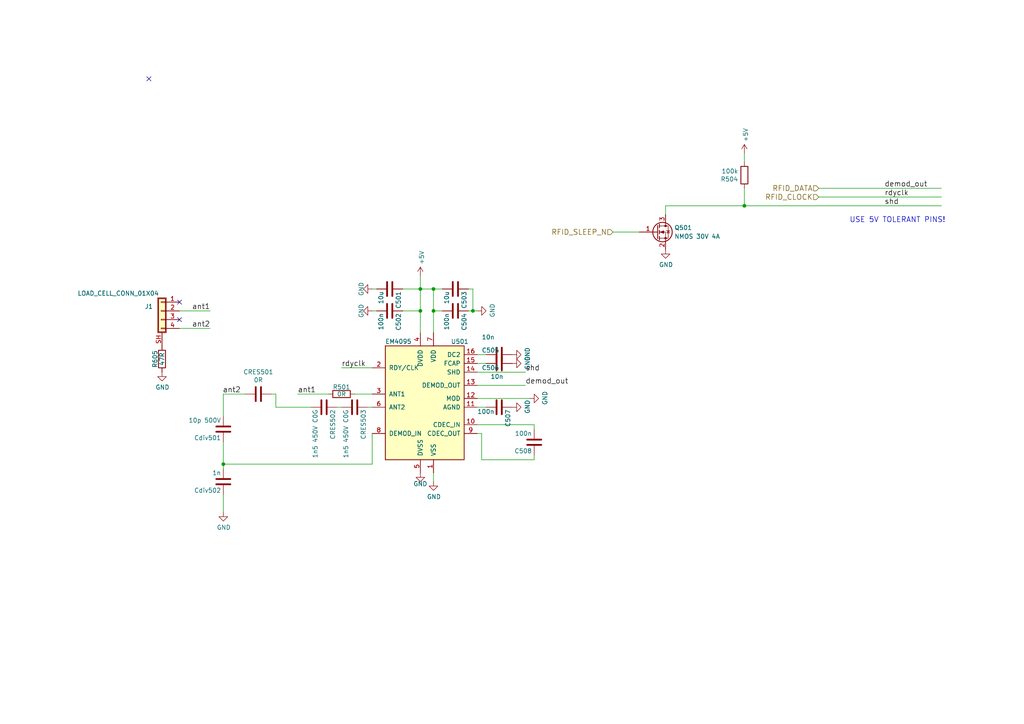
<source format=kicad_sch>
(kicad_sch (version 20211123) (generator eeschema)
  (paper "A4")
  (title_block (title "NB2-MAIN") (date "2022-01-30") (rev "3.2") (company "Octanis Instruments GmbH"))
  (lib_symbols
    (symbol "Connector_Generic_Shielded:Conn_01x04_Shielded" (pin_names (offset 1.016) hide)
      (property "Reference" "J" (at 0.254 4.826 0))
      (property "Value" "Connector_Generic_Shielded_Conn_01x04_Shielded" (at 1.016 -7.366 0))
      (symbol "Conn_01x04_Shielded_1_1"
        (rectangle (start -1.27 3.81) (end 1.27 -6.35) (stroke (width 0.1524)))
        (rectangle (start -1.016 -4.953) (end 0.254 -5.207) (stroke (width 0.1524)))
        (rectangle (start -1.016 -2.413) (end 0.254 -2.667) (stroke (width 0.1524)))
        (rectangle (start -1.016 0.127) (end 0.254 -0.127) (stroke (width 0.1524)))
        (rectangle (start -1.016 2.667) (end 0.254 2.413) (stroke (width 0.1524)))
        (rectangle (start -1.016 3.556) (end 1.016 -6.096) (stroke (width 0.254)) (fill (type background)))
        (pin passive line (at -5.08 2.54 0) (length 4.064) (name "Pin_1") (number "1"))
        (pin passive line (at -5.08 0 0) (length 4.064) (name "Pin_2") (number "2"))
        (pin passive line (at -5.08 -2.54 0) (length 4.064) (name "Pin_3") (number "3"))
        (pin passive line (at -5.08 -5.08 0) (length 4.064) (name "Pin_4") (number "4"))
        (pin passive line (at 0 -10.16 90) (length 3.81) (name "Shield") (number "SH"))
      )
    )
    (symbol "Device:C" (pin_numbers hide) (pin_names (offset 0.254))
      (property "Reference" "C" (at 0.635 2.54 0))
      (property "Value" "Device_C" (at 0.635 -2.54 0))
      (symbol "C_0_1"
        (polyline (pts (xy -2.032 -0.762) (xy 2.032 -0.762)) (stroke (width 0.508)))
        (polyline (pts (xy -2.032 0.762) (xy 2.032 0.762)) (stroke (width 0.508)))
      )
      (symbol "C_1_1"
        (pin passive line (at 0 3.81 270) (length 2.794) (name "~") (number "1"))
        (pin passive line (at 0 -3.81 90) (length 2.794) (name "~") (number "2"))
      )
    )
    (symbol "Device:R" (pin_numbers hide) (pin_names (offset 0))
      (property "Reference" "R" (at 2.032 0 90))
      (property "Value" "Device_R" (at 0 0 90))
      (symbol "R_0_1"
        (rectangle (start -1.016 -2.54) (end 1.016 2.54) (stroke (width 0.254)))
      )
      (symbol "R_1_1"
        (pin passive line (at 0 3.81 270) (length 1.27) (name "~") (number "1"))
        (pin passive line (at 0 -3.81 90) (length 1.27) (name "~") (number "2"))
      )
    )
    (symbol "Nestbox_v2-rescue:+5V-power1" (power) (pin_names (offset 0))
      (property "Value" "+5V-power1" (at 0 3.556 0))
      (symbol "+5V-power1_0_1"
        (polyline (pts (xy -0.762 1.27) (xy 0 2.54)))
        (polyline (pts (xy 0 0) (xy 0 2.54)))
        (polyline (pts (xy 0 2.54) (xy 0.762 1.27)))
      )
      (symbol "+5V-power1_1_1"
        (pin power_in line (at 0 0 90) (length 0) hide (name "+5V") (number "1"))
      )
    )
    (symbol "Nestbox_v2-rescue:GND-power1" (power) (pin_names (offset 0))
      (property "Value" "GND-power1" (at 0 -3.81 0))
      (symbol "GND-power1_0_1"
        (polyline (pts (xy 0 0) (xy 0 -1.27) (xy 1.27 -1.27) (xy 0 -2.54) (xy -1.27 -1.27) (xy 0 -1.27)))
      )
      (symbol "GND-power1_1_1"
        (pin power_in line (at 0 0 270) (length 0) hide (name "GND") (number "1"))
      )
    )
    (symbol "Nestbox_v2-rescue:Q_NMOS_GSD-device" (pin_names (offset 0) hide)
      (property "Reference" "Q" (at 5.08 1.27 0))
      (property "Value" "Q_NMOS_GSD-device" (at 5.08 -1.27 0))
      (symbol "Q_NMOS_GSD-device_0_1"
        (polyline (pts (xy 0.0508 0) (xy 0.254 0)))
        (polyline (pts (xy 0.762 -1.778) (xy 2.54 -1.778)))
        (polyline (pts (xy 0.762 -1.27) (xy 0.762 -2.286)) (stroke (width 0.254)))
        (polyline (pts (xy 0.762 0) (xy 2.54 0)))
        (polyline (pts (xy 0.762 0.508) (xy 0.762 -0.508)) (stroke (width 0.254)))
        (polyline (pts (xy 0.762 1.778) (xy 2.54 1.778)))
        (polyline (pts (xy 0.762 2.286) (xy 0.762 1.27)) (stroke (width 0.254)))
        (polyline (pts (xy 2.54 -1.778) (xy 2.54 -2.54)))
        (polyline (pts (xy 2.54 -1.778) (xy 2.54 0)))
        (polyline (pts (xy 2.54 2.54) (xy 2.54 1.778)))
        (polyline (pts (xy 0.254 1.905) (xy 0.254 -1.905) (xy 0.254 -1.905)) (stroke (width 0.254)))
        (polyline (pts (xy 1.016 0) (xy 2.032 0.381) (xy 2.032 -0.381) (xy 1.016 0)) (fill (type outline)))
        (polyline (pts (xy 2.54 -1.778) (xy 3.302 -1.778) (xy 3.302 1.778) (xy 2.54 1.778)))
        (polyline (pts (xy 2.794 0.508) (xy 2.921 0.381) (xy 3.683 0.381) (xy 3.81 0.254)))
        (polyline (pts (xy 3.302 0.381) (xy 2.921 -0.254) (xy 3.683 -0.254) (xy 3.302 0.381)))
        (circle (center 1.651 0) (radius 2.8194) (stroke (width 0.254)))
        (circle (center 2.54 -1.778) (radius 0.2794) (fill (type outline)))
        (circle (center 2.54 1.778) (radius 0.2794) (fill (type outline)))
      )
      (symbol "Q_NMOS_GSD-device_1_1"
        (pin input line (at -5.08 0 0) (length 5.08) (name "G") (number "1"))
        (pin passive line (at 2.54 -5.08 90) (length 2.54) (name "S") (number "2"))
        (pin passive line (at 2.54 5.08 270) (length 2.54) (name "D") (number "3"))
      )
    )
    (symbol "Nestbox_v2-rescue:R-device" (pin_numbers hide) (pin_names (offset 0))
      (property "Reference" "R" (at 2.032 0 90))
      (property "Value" "R-device" (at 0 0 90))
      (symbol "R-device_0_1"
        (rectangle (start -1.016 -2.54) (end 1.016 2.54) (stroke (width 0.254)))
      )
      (symbol "R-device_1_1"
        (pin passive line (at 0 3.81 270) (length 1.27) (name "~") (number "1"))
        (pin passive line (at 0 -3.81 90) (length 1.27) (name "~") (number "2"))
      )
    )
    (symbol "Octanis3:EM4095" (pin_names (offset 1.016))
      (property "Reference" "U" (at -11.43 17.78 0))
      (property "Value" "EM4095" (at 2.54 17.78 0))
      (symbol "EM4095_0_1"
        (rectangle (start -11.43 16.51) (end 11.43 -16.51) (stroke (width 0.254)) (fill (type background)))
      )
      (symbol "EM4095_1_1"
        (pin power_in line (at 2.54 -20.32 90) (length 3.81) (name "VSS") (number "1"))
        (pin input line (at 15.24 -6.35 180) (length 3.81) (name "CDEC_IN") (number "10"))
        (pin input line (at 15.24 -1.27 180) (length 3.81) (name "AGND") (number "11"))
        (pin input line (at 15.24 1.27 180) (length 3.81) (name "MOD") (number "12"))
        (pin output line (at 15.24 5.08 180) (length 3.81) (name "DEMOD_OUT") (number "13"))
        (pin output line (at 15.24 8.89 180) (length 3.81) (name "SHD") (number "14"))
        (pin passive line (at 15.24 11.43 180) (length 3.81) (name "FCAP") (number "15"))
        (pin passive line (at 15.24 13.97 180) (length 3.81) (name "DC2") (number "16"))
        (pin output line (at -15.24 10.16 0) (length 3.81) (name "RDY/CLK") (number "2"))
        (pin output line (at -15.24 2.54 0) (length 3.81) (name "ANT1") (number "3"))
        (pin power_in line (at -1.27 20.32 270) (length 3.81) (name "DVDD") (number "4"))
        (pin power_in line (at -1.27 -20.32 90) (length 3.81) (name "DVSS") (number "5"))
        (pin output line (at -15.24 -1.27 0) (length 3.81) (name "ANT2") (number "6"))
        (pin passive line (at 2.54 20.32 270) (length 3.81) (name "VDD") (number "7"))
        (pin input line (at -15.24 -8.89 0) (length 3.81) (name "DEMOD_IN") (number "8"))
        (pin passive line (at 15.24 -8.89 180) (length 3.81) (name "CDEC_OUT") (number "9"))
      )
    )
    (symbol "power:GND" (power) (pin_names (offset 0))
      (property "Value" "power_GND" (at 0 -3.81 0))
      (symbol "GND_0_1"
        (polyline (pts (xy 0 0) (xy 0 -1.27) (xy 1.27 -1.27) (xy 0 -2.54) (xy -1.27 -1.27) (xy 0 -1.27)))
      )
      (symbol "GND_1_1"
        (pin power_in line (at 0 0 270) (length 0) hide (name "GND") (number "1"))
      )
    )
  )
  (junction (at 64.77 134.62))
  (junction (at 125.73 83.82))
  (junction (at 121.92 83.82))
  (junction (at 125.73 90.17))
  (junction (at 121.92 90.17))
  (junction (at 215.9 59.69))
  (junction (at 137.16 90.17))
  (no_connect (at 52.07 92.71))
  (no_connect (at 43.18 22.86))
  (no_connect (at 52.07 87.63))
  (wire (pts (xy 193.04 59.69) (xy 215.9 59.69)))
  (wire (pts (xy 52.07 90.17) (xy 60.96 90.17)))
  (wire (pts (xy 215.9 54.61) (xy 215.9 59.69)))
  (wire (pts (xy 86.36 114.3) (xy 95.25 114.3)))
  (wire (pts (xy 128.27 90.17) (xy 125.73 90.17)))
  (wire (pts (xy 139.7 133.35) (xy 154.94 133.35)))
  (wire (pts (xy 107.95 83.82) (xy 109.22 83.82)))
  (wire (pts (xy 137.16 83.82) (xy 137.16 90.17)))
  (wire (pts (xy 215.9 59.69) (xy 273.05 59.69)))
  (wire (pts (xy 80.01 118.11) (xy 80.01 114.3)))
  (wire (pts (xy 90.17 118.11) (xy 80.01 118.11)))
  (wire (pts (xy 140.97 118.11) (xy 138.43 118.11)))
  (wire (pts (xy 125.73 83.82) (xy 125.73 90.17)))
  (wire (pts (xy 138.43 111.76) (xy 152.4 111.76)))
  (wire (pts (xy 121.92 83.82) (xy 121.92 90.17)))
  (wire (pts (xy 140.97 102.87) (xy 138.43 102.87)))
  (wire (pts (xy 64.77 128.27) (xy 64.77 134.62)))
  (wire (pts (xy 80.01 114.3) (xy 78.74 114.3)))
  (wire (pts (xy 102.87 114.3) (xy 107.95 114.3)))
  (wire (pts (xy 97.79 118.11) (xy 99.06 118.11)))
  (wire (pts (xy 139.7 125.73) (xy 139.7 133.35)))
  (wire (pts (xy 128.27 83.82) (xy 125.73 83.82)))
  (wire (pts (xy 215.9 44.45) (xy 215.9 46.99)))
  (wire (pts (xy 107.95 134.62) (xy 64.77 134.62)))
  (wire (pts (xy 138.43 105.41) (xy 140.97 105.41)))
  (wire (pts (xy 107.95 118.11) (xy 106.68 118.11)))
  (wire (pts (xy 237.49 57.15) (xy 273.05 57.15)))
  (wire (pts (xy 107.95 106.68) (xy 99.06 106.68)))
  (wire (pts (xy 71.12 114.3) (xy 64.77 114.3)))
  (wire (pts (xy 138.43 115.57) (xy 153.67 115.57)))
  (wire (pts (xy 52.07 95.25) (xy 60.96 95.25)))
  (wire (pts (xy 193.04 62.23) (xy 193.04 59.69)))
  (wire (pts (xy 121.92 90.17) (xy 116.84 90.17)))
  (wire (pts (xy 154.94 124.46) (xy 154.94 123.19)))
  (wire (pts (xy 237.49 54.61) (xy 273.05 54.61)))
  (wire (pts (xy 107.95 90.17) (xy 109.22 90.17)))
  (wire (pts (xy 121.92 83.82) (xy 125.73 83.82)))
  (wire (pts (xy 64.77 143.51) (xy 64.77 148.59)))
  (wire (pts (xy 121.92 90.17) (xy 121.92 96.52)))
  (wire (pts (xy 138.43 107.95) (xy 152.4 107.95)))
  (wire (pts (xy 125.73 90.17) (xy 125.73 96.52)))
  (wire (pts (xy 121.92 83.82) (xy 116.84 83.82)))
  (wire (pts (xy 154.94 123.19) (xy 138.43 123.19)))
  (wire (pts (xy 125.73 139.7) (xy 125.73 137.16)))
  (wire (pts (xy 135.89 83.82) (xy 137.16 83.82)))
  (wire (pts (xy 64.77 114.3) (xy 64.77 120.65)))
  (wire (pts (xy 177.8 67.31) (xy 185.42 67.31)))
  (wire (pts (xy 154.94 133.35) (xy 154.94 132.08)))
  (wire (pts (xy 138.43 125.73) (xy 139.7 125.73)))
  (wire (pts (xy 64.77 134.62) (xy 64.77 135.89)))
  (wire (pts (xy 107.95 125.73) (xy 107.95 134.62)))
  (wire (pts (xy 135.89 90.17) (xy 137.16 90.17)))
  (wire (pts (xy 121.92 80.01) (xy 121.92 83.82)))
  (wire (pts (xy 137.16 90.17) (xy 138.43 90.17)))
  (text "USE 5V TOLERANT PINS!" (at 246.38 64.77 0) (effects (font (size 1.524 1.524)) (justify left bottom)))
  (label "ant1" (at 60.96 90.17 180) (effects (font (size 1.524 1.524))))
  (label "shd" (at 256.54 59.69 0) (effects (font (size 1.524 1.524))))
  (label "rdyclk" (at 256.54 57.15 0) (effects (font (size 1.524 1.524))))
  (label "ant2" (at 69.85 114.3 180) (effects (font (size 1.524 1.524))))
  (label "ant2" (at 60.96 95.25 180) (effects (font (size 1.524 1.524))))
  (label "shd" (at 152.4 107.95 0) (effects (font (size 1.524 1.524))))
  (label "demod_out" (at 256.54 54.61 0) (effects (font (size 1.524 1.524))))
  (label "ant1" (at 86.36 114.3 0) (effects (font (size 1.524 1.524))))
  (label "demod_out" (at 152.4 111.76 0) (effects (font (size 1.524 1.524))))
  (label "rdyclk" (at 99.06 106.68 0) (effects (font (size 1.524 1.524))))
  (hierarchical_label "RFID_SLEEP_N" (shape input) (at 177.8 67.31 180) (effects (font (size 1.524 1.524))))
  (hierarchical_label "RFID_CLOCK" (shape input) (at 237.49 57.15 180) (effects (font (size 1.524 1.524))))
  (hierarchical_label "RFID_DATA" (shape input) (at 237.49 54.61 180) (effects (font (size 1.524 1.524))))
  (symbol (lib_id "Nestbox_v2-rescue:+5V-power1") (at 121.92 80.01 0) (unit 1)
    (property "Reference" "#PWR0504" (effects hide))
    (property "Value" "+5V" (at 122.301 76.7588 90) (effects (justify left)))
  )
  (symbol (lib_id "Device:C") (at 64.77 139.7 180) (unit 1)
    (property "Reference" "Cdiv502" (at 64.135 142.24 0) (effects (justify left)))
    (property "Value" "1n" (at 64.135 137.16 0) (effects (justify left)))
    (property "Footprint" "Capacitor_SMD:C_0603_1608Metric" (effects hide))
  )
  (symbol (lib_id "power:GND") (at 125.73 139.7 0) (unit 1)
    (property "Reference" "#PWR0506" (effects hide))
    (property "Value" "GND" (at 125.857 144.0942 0))
  )
  (symbol (lib_id "Octanis3:EM4095") (at 123.19 116.84 0) (unit 1)
    (property "Reference" "U501" (at 133.35 99.06 0))
    (property "Value" "EM4095" (at 115.57 99.06 0))
    (property "Footprint" "Package_SO:SOIC-16_3.9x9.9mm_P1.27mm" (effects hide))
    (property "MPN" "EM4095" (effects hide))
  )
  (symbol (lib_id "Device:C") (at 144.78 102.87 270) (unit 1)
    (property "Reference" "C505" (at 139.7 101.6 90) (effects (justify left)))
    (property "Value" "10n" (at 139.7 97.79 90) (effects (justify left)))
    (property "Footprint" "Capacitor_SMD:C_0603_1608Metric" (effects hide))
  )
  (symbol (lib_id "Device:C") (at 144.78 105.41 270) (unit 1)
    (property "Reference" "C506" (at 139.7 106.68 90) (effects (justify left)))
    (property "Value" "10n" (at 142.24 109.22 90) (effects (justify left)))
    (property "Footprint" "Capacitor_SMD:C_0603_1608Metric" (effects hide))
  )
  (symbol (lib_id "Device:C") (at 144.78 118.11 270) (unit 1)
    (property "Reference" "C507" (at 147.32 118.745 0) (effects (justify left)))
    (property "Value" "100n" (at 138.43 119.38 90) (effects (justify left)))
    (property "Footprint" "Capacitor_SMD:C_0603_1608Metric" (effects hide))
  )
  (symbol (lib_id "power:GND") (at 64.77 148.59 0) (unit 1)
    (property "Reference" "#PWR0501" (effects hide))
    (property "Value" "GND" (at 64.897 152.9842 0))
  )
  (symbol (lib_id "power:GND") (at 148.59 118.11 90) (unit 1)
    (property "Reference" "#PWR0510" (effects hide))
    (property "Value" "GND" (at 152.9842 117.983 0))
  )
  (symbol (lib_id "power:GND") (at 148.59 105.41 90) (unit 1)
    (property "Reference" "#PWR0509" (effects hide))
    (property "Value" "GND" (at 152.9842 105.283 0))
  )
  (symbol (lib_id "power:GND") (at 148.59 102.87 90) (unit 1)
    (property "Reference" "#PWR0508" (effects hide))
    (property "Value" "GND" (at 152.9842 102.743 0))
  )
  (symbol (lib_id "Nestbox_v2-rescue:R-device") (at 215.9 50.8 180) (unit 1)
    (property "Reference" "R504" (at 214.122 51.9684 0) (effects (justify left)))
    (property "Value" "100k" (at 214.122 49.657 0) (effects (justify left)))
    (property "Footprint" "Resistor_SMD:R_0603_1608Metric" (effects hide))
  )
  (symbol (lib_id "Nestbox_v2-rescue:GND-power1") (at 193.04 72.39 0) (unit 1)
    (property "Reference" "#PWR0512" (effects hide))
    (property "Value" "GND" (at 193.167 76.7842 0))
  )
  (symbol (lib_id "Nestbox_v2-rescue:Q_NMOS_GSD-device") (at 190.5 67.31 0) (unit 1)
    (property "Reference" "Q501" (at 195.58 66.04 0) (effects (justify left)))
    (property "Value" "NMOS 30V 4A" (at 195.58 68.58 0) (effects (justify left)))
    (property "Footprint" "Package_TO_SOT_SMD:SOT-23" (effects hide))
    (property "MPN" "PMV45EN2R" (effects hide))
  )
  (symbol (lib_id "Device:C") (at 132.08 90.17 270) (unit 1)
    (property "Reference" "C504" (at 134.62 90.805 0) (effects (justify left)))
    (property "Value" "100n" (at 129.54 90.805 0) (effects (justify left)))
    (property "Footprint" "Capacitor_SMD:C_0603_1608Metric" (effects hide))
  )
  (symbol (lib_id "Device:C") (at 113.03 83.82 270) (unit 1)
    (property "Reference" "C501" (at 115.57 84.455 0) (effects (justify left)))
    (property "Value" "10u" (at 110.49 84.455 0) (effects (justify left)))
    (property "Footprint" "Capacitor_SMD:C_0805_2012Metric" (effects hide))
  )
  (symbol (lib_id "power:GND") (at 138.43 90.17 90) (unit 1)
    (property "Reference" "#PWR0507" (effects hide))
    (property "Value" "GND" (at 142.8242 90.043 0))
  )
  (symbol (lib_id "Device:C") (at 74.93 114.3 270) (unit 1)
    (property "Reference" "CRES501" (at 74.93 107.8992 90))
    (property "Value" "0R" (at 74.93 110.2106 90))
    (property "Footprint" "Capacitor_SMD:C_0603_1608Metric" (effects hide))
  )
  (symbol (lib_id "Device:C") (at 102.87 118.11 270) (unit 1)
    (property "Reference" "CRES503" (at 105.41 118.745 0) (effects (justify left)))
    (property "Value" "1n5 450V C0G" (at 100.33 118.745 0) (effects (justify left)))
    (property "Footprint" "Capacitor_SMD:C_0805_2012Metric" (effects hide))
    (property "MPN" "CGA4F4C0G2W152J085AE" (effects hide))
  )
  (symbol (lib_id "Device:C") (at 93.98 118.11 270) (unit 1)
    (property "Reference" "CRES502" (at 96.52 118.745 0) (effects (justify left)))
    (property "Value" "1n5 450V C0G" (at 91.44 118.745 0) (effects (justify left)))
    (property "Footprint" "Capacitor_SMD:C_0805_2012Metric" (effects hide))
    (property "MPN" "CGA4F4C0G2W152J085AE" (effects hide))
  )
  (symbol (lib_id "Device:C") (at 64.77 124.46 180) (unit 1)
    (property "Reference" "Cdiv501" (at 64.135 127 0) (effects (justify left)))
    (property "Value" "10p 500V" (at 64.135 121.92 0) (effects (justify left)))
    (property "Footprint" "Capacitor_SMD:C_0805_2012Metric" (effects hide))
    (property "MPN" "C0805C100JDGACTU" (effects hide))
  )
  (symbol (lib_id "Device:C") (at 154.94 128.27 180) (unit 1)
    (property "Reference" "C508" (at 154.305 130.81 0) (effects (justify left)))
    (property "Value" "100n" (at 154.305 125.73 0) (effects (justify left)))
    (property "Footprint" "Capacitor_SMD:C_0603_1608Metric" (effects hide))
    (property "Datasheet" "DNP" (effects hide))
  )
  (symbol (lib_id "power:GND") (at 153.67 115.57 90) (unit 1)
    (property "Reference" "#PWR0511" (effects hide))
    (property "Value" "GND" (at 158.0642 115.443 0))
  )
  (symbol (lib_id "power:GND") (at 121.92 137.16 0) (unit 1)
    (property "Reference" "#PWR0505" (effects hide))
    (property "Value" "GND" (at 121.92 140.335 0))
  )
  (symbol (lib_id "Device:C") (at 113.03 90.17 270) (unit 1)
    (property "Reference" "C502" (at 115.57 90.805 0) (effects (justify left)))
    (property "Value" "100n" (at 110.49 90.805 0) (effects (justify left)))
    (property "Footprint" "Capacitor_SMD:C_0603_1608Metric" (effects hide))
  )
  (symbol (lib_id "power:GND") (at 107.95 83.82 270) (unit 1)
    (property "Reference" "#PWR0502" (effects hide))
    (property "Value" "GND" (at 104.775 83.82 0))
  )
  (symbol (lib_id "power:GND") (at 107.95 90.17 270) (mirror x) (unit 1)
    (property "Reference" "#PWR0503" (effects hide))
    (property "Value" "GND" (at 104.775 90.17 0))
  )
  (symbol (lib_id "Device:C") (at 132.08 83.82 270) (unit 1)
    (property "Reference" "C503" (at 134.62 84.455 0) (effects (justify left)))
    (property "Value" "10u" (at 129.54 84.455 0) (effects (justify left)))
    (property "Footprint" "Capacitor_SMD:C_0805_2012Metric" (effects hide))
  )
  (symbol (lib_id "Nestbox_v2-rescue:+5V-power1") (at 215.9 44.45 0) (unit 1)
    (property "Reference" "#PWR0513" (effects hide))
    (property "Value" "+5V" (at 216.281 41.1988 90) (effects (justify left)))
  )
  (symbol (lib_id "Device:R") (at 99.06 114.3 90) (unit 1)
    (property "Reference" "R501" (at 99.06 112.268 90))
    (property "Value" "0R" (at 99.06 114.3 90))
    (property "Footprint" "Resistor_SMD:R_0603_1608Metric" (effects hide))
  )
  (symbol (lib_id "Connector_Generic_Shielded:Conn_01x04_Shielded") (at 46.99 90.17 0) (mirror y) (unit 1)
    (property "Reference" "J1" (at 43.18 88.9 0))
    (property "Value" "LOAD_CELL_CONN_01X04" (at 34.29 85.09 0))
    (property "Footprint" "lib_fp:MB08MBSAFF04RA" (effects hide))
    (property "MPN" "MB08MBSAFF04RA" (effects hide))
    (property "MPN2" "M8S-04PMMR-SF8001" (effects hide))
  )
  (symbol (lib_id "Device:R") (at 46.99 104.14 180) (unit 1)
    (property "Reference" "R605" (at 44.958 104.14 90))
    (property "Value" "47R" (at 46.99 104.14 90))
    (property "Footprint" "Resistor_SMD:R_0603_1608Metric" (effects hide))
  )
  (symbol (lib_id "power:GND") (at 46.99 107.95 0) (unit 1)
    (property "Reference" "#PWR0102" (effects hide))
    (property "Value" "GND" (at 47.117 112.3442 0))
  )
)
</source>
